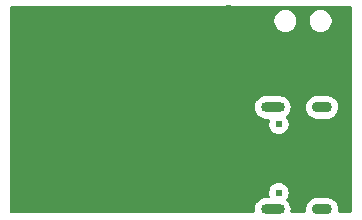
<source format=gbr>
%TF.GenerationSoftware,KiCad,Pcbnew,6.0.10-86aedd382b~118~ubuntu20.04.1*%
%TF.CreationDate,2023-02-01T15:39:36-08:00*%
%TF.ProjectId,CAD,4341442e-6b69-4636-9164-5f7063625858,rev?*%
%TF.SameCoordinates,Original*%
%TF.FileFunction,Copper,L2,Bot*%
%TF.FilePolarity,Positive*%
%FSLAX46Y46*%
G04 Gerber Fmt 4.6, Leading zero omitted, Abs format (unit mm)*
G04 Created by KiCad (PCBNEW 6.0.10-86aedd382b~118~ubuntu20.04.1) date 2023-02-01 15:39:36*
%MOMM*%
%LPD*%
G01*
G04 APERTURE LIST*
%TA.AperFunction,WasherPad*%
%ADD10C,0.610000*%
%TD*%
%TA.AperFunction,ComponentPad*%
%ADD11O,1.700000X0.900000*%
%TD*%
%TA.AperFunction,ComponentPad*%
%ADD12O,2.000000X0.900000*%
%TD*%
%TA.AperFunction,ViaPad*%
%ADD13C,0.600000*%
%TD*%
%TA.AperFunction,Conductor*%
%ADD14C,0.200000*%
%TD*%
G04 APERTURE END LIST*
D10*
%TO.P,J1,*%
%TO.N,*%
X82543000Y-158764500D03*
X82543000Y-164544500D03*
D11*
%TO.P,J1,16*%
%TO.N,usb_rid_rid_p1*%
X86193000Y-157334500D03*
%TO.P,J1,15*%
X86193000Y-165974500D03*
D12*
%TO.P,J1,14*%
X82013000Y-157334500D03*
%TO.P,J1,13*%
X82013000Y-165974500D03*
%TD*%
D13*
%TO.N,GND*%
X79502000Y-163931600D03*
X64312800Y-149504400D03*
X64008000Y-157480000D03*
X75133200Y-163880800D03*
X72847200Y-165557200D03*
X88087200Y-158851600D03*
X87985600Y-164795200D03*
X87274400Y-155956000D03*
X88087200Y-161747200D03*
X88138000Y-155092400D03*
X78282800Y-148945600D03*
X74879200Y-165303200D03*
X76200000Y-163474400D03*
X71807969Y-150751169D03*
X67056000Y-149987000D03*
X88011000Y-153416000D03*
X86868000Y-154940000D03*
X72390000Y-154559000D03*
X73797000Y-153680000D03*
X74803000Y-153670000D03*
X74803000Y-152654000D03*
X73787000Y-152654000D03*
X73374000Y-159480000D03*
X72374000Y-159480000D03*
X71374000Y-159480000D03*
X73374000Y-158480000D03*
X72374000Y-158480000D03*
X71374000Y-158480000D03*
X73374000Y-157480000D03*
X72374000Y-157480000D03*
X71374000Y-157480000D03*
X61523936Y-160298063D03*
X62523936Y-160298063D03*
X63523936Y-164298063D03*
X61523936Y-162298063D03*
X64627000Y-153654000D03*
X60627000Y-152654000D03*
X60523936Y-161298063D03*
X64523936Y-161298063D03*
X61627000Y-151654000D03*
X62523936Y-162298063D03*
X64627000Y-152654000D03*
X63523936Y-162298063D03*
X78867000Y-160909000D03*
X60523936Y-164298063D03*
X64523936Y-164298063D03*
X62523936Y-161298063D03*
X62627000Y-150654000D03*
X64627000Y-150654000D03*
X60627000Y-153654000D03*
X60627000Y-150654000D03*
X63627000Y-150654000D03*
X61523936Y-163298063D03*
X61523936Y-164298063D03*
X61627000Y-154654000D03*
X60627000Y-151654000D03*
X64523936Y-160298063D03*
X63523936Y-163298063D03*
X63627000Y-152654000D03*
X63627000Y-154654000D03*
X60523936Y-162298063D03*
X62627000Y-151654000D03*
X60523936Y-160298063D03*
X61627000Y-153654000D03*
X60627000Y-154654000D03*
X63523936Y-160298063D03*
X62627000Y-154654000D03*
X62523936Y-164298063D03*
X61627000Y-152654000D03*
X61627000Y-150654000D03*
X62627000Y-152654000D03*
X62627000Y-153654000D03*
X61523936Y-161298063D03*
X64627000Y-154654000D03*
X64523936Y-163298063D03*
X63627000Y-153654000D03*
X62523936Y-163298063D03*
X78613000Y-152019000D03*
X63523936Y-161298063D03*
X63627000Y-151654000D03*
X64523936Y-162298063D03*
X64627000Y-151654000D03*
X60523936Y-163298063D03*
X81915000Y-154559000D03*
%TD*%
D14*
%TO.N,GND*%
X63627000Y-150190200D02*
X64312800Y-149504400D01*
X63627000Y-150654000D02*
X63627000Y-150190200D01*
X63523936Y-157964064D02*
X64008000Y-157480000D01*
X63523936Y-160298063D02*
X63523936Y-157964064D01*
X74879200Y-164134800D02*
X75133200Y-163880800D01*
X74879200Y-165303200D02*
X74879200Y-164134800D01*
X88087200Y-164693600D02*
X87985600Y-164795200D01*
X88087200Y-161747200D02*
X88087200Y-164693600D01*
X88087200Y-156768800D02*
X88087200Y-158851600D01*
X87274400Y-155956000D02*
X88087200Y-156768800D01*
X88138000Y-155092400D02*
X87020400Y-155092400D01*
X87020400Y-155092400D02*
X86868000Y-154940000D01*
%TD*%
%TA.AperFunction,Conductor*%
%TO.N,GND*%
G36*
X88683621Y-148778502D02*
G01*
X88730114Y-148832158D01*
X88741500Y-148884500D01*
X88741500Y-166115500D01*
X88721498Y-166183621D01*
X88667842Y-166230114D01*
X88615500Y-166241500D01*
X87671610Y-166241500D01*
X87603489Y-166221498D01*
X87556996Y-166167842D01*
X87545783Y-166108906D01*
X87554959Y-165933818D01*
X87554959Y-165933813D01*
X87555293Y-165927436D01*
X87526175Y-165734901D01*
X87523972Y-165728915D01*
X87523971Y-165728909D01*
X87461140Y-165558140D01*
X87461138Y-165558135D01*
X87458937Y-165552154D01*
X87356326Y-165386660D01*
X87222534Y-165245178D01*
X87063025Y-165133489D01*
X87015013Y-165112712D01*
X86890175Y-165058690D01*
X86890171Y-165058689D01*
X86884316Y-165056155D01*
X86878069Y-165054850D01*
X86878066Y-165054849D01*
X86698443Y-165017324D01*
X86698438Y-165017323D01*
X86693707Y-165016335D01*
X86687315Y-165016000D01*
X85744337Y-165016000D01*
X85675049Y-165023038D01*
X85605622Y-165030090D01*
X85605621Y-165030090D01*
X85599273Y-165030735D01*
X85542939Y-165048389D01*
X85419549Y-165087056D01*
X85419544Y-165087058D01*
X85413459Y-165088965D01*
X85373361Y-165111192D01*
X85248729Y-165180277D01*
X85248726Y-165180279D01*
X85243150Y-165183370D01*
X85238309Y-165187519D01*
X85238305Y-165187522D01*
X85175311Y-165241515D01*
X85095302Y-165310091D01*
X84975954Y-165463953D01*
X84973138Y-165469676D01*
X84973136Y-165469679D01*
X84929608Y-165558140D01*
X84889982Y-165638671D01*
X84888373Y-165644849D01*
X84888372Y-165644851D01*
X84866477Y-165728909D01*
X84840898Y-165827107D01*
X84840564Y-165833486D01*
X84835306Y-165933818D01*
X84830707Y-166021564D01*
X84831663Y-166027882D01*
X84842064Y-166096659D01*
X84832474Y-166167004D01*
X84786373Y-166220998D01*
X84717481Y-166241500D01*
X83641610Y-166241500D01*
X83573489Y-166221498D01*
X83526996Y-166167842D01*
X83515783Y-166108906D01*
X83524959Y-165933818D01*
X83524959Y-165933813D01*
X83525293Y-165927436D01*
X83496175Y-165734901D01*
X83493972Y-165728915D01*
X83493971Y-165728909D01*
X83431140Y-165558140D01*
X83431138Y-165558135D01*
X83428937Y-165552154D01*
X83326326Y-165386660D01*
X83192534Y-165245178D01*
X83187612Y-165241732D01*
X83149188Y-165182189D01*
X83149054Y-165111192D01*
X83170541Y-165070996D01*
X83170120Y-165070716D01*
X83173039Y-165066323D01*
X83173040Y-165066321D01*
X83271118Y-164918702D01*
X83301034Y-164839948D01*
X83333428Y-164754672D01*
X83333429Y-164754667D01*
X83335928Y-164748089D01*
X83361328Y-164567358D01*
X83361647Y-164544500D01*
X83341303Y-164363130D01*
X83335122Y-164345379D01*
X83283600Y-164197431D01*
X83281282Y-164190774D01*
X83184568Y-164035999D01*
X83175722Y-164027091D01*
X83060930Y-163911494D01*
X83060926Y-163911491D01*
X83055967Y-163906497D01*
X83044780Y-163899397D01*
X82996362Y-163868671D01*
X82901871Y-163808705D01*
X82872661Y-163798304D01*
X82736574Y-163749845D01*
X82736569Y-163749844D01*
X82729939Y-163747483D01*
X82722951Y-163746650D01*
X82722948Y-163746649D01*
X82597973Y-163731747D01*
X82548715Y-163725873D01*
X82541712Y-163726609D01*
X82541711Y-163726609D01*
X82374216Y-163744213D01*
X82374212Y-163744214D01*
X82367208Y-163744950D01*
X82360537Y-163747221D01*
X82201107Y-163801495D01*
X82201104Y-163801496D01*
X82194437Y-163803766D01*
X82188439Y-163807456D01*
X82188437Y-163807457D01*
X82180266Y-163812484D01*
X82038991Y-163899397D01*
X81908594Y-164027091D01*
X81809728Y-164180501D01*
X81807317Y-164187124D01*
X81807316Y-164187127D01*
X81749717Y-164345379D01*
X81749716Y-164345384D01*
X81747307Y-164352002D01*
X81724433Y-164533070D01*
X81742242Y-164714706D01*
X81787325Y-164850228D01*
X81789848Y-164921179D01*
X81753612Y-164982232D01*
X81690120Y-165014001D01*
X81667767Y-165016000D01*
X81414337Y-165016000D01*
X81345049Y-165023038D01*
X81275622Y-165030090D01*
X81275621Y-165030090D01*
X81269273Y-165030735D01*
X81212939Y-165048389D01*
X81089549Y-165087056D01*
X81089544Y-165087058D01*
X81083459Y-165088965D01*
X81043361Y-165111192D01*
X80918729Y-165180277D01*
X80918726Y-165180279D01*
X80913150Y-165183370D01*
X80908309Y-165187519D01*
X80908305Y-165187522D01*
X80845311Y-165241515D01*
X80765302Y-165310091D01*
X80645954Y-165463953D01*
X80643138Y-165469676D01*
X80643136Y-165469679D01*
X80599608Y-165558140D01*
X80559982Y-165638671D01*
X80558373Y-165644849D01*
X80558372Y-165644851D01*
X80536477Y-165728909D01*
X80510898Y-165827107D01*
X80510564Y-165833486D01*
X80505306Y-165933818D01*
X80500707Y-166021564D01*
X80501663Y-166027882D01*
X80512064Y-166096659D01*
X80502474Y-166167004D01*
X80456373Y-166220998D01*
X80387481Y-166241500D01*
X59884500Y-166241500D01*
X59816379Y-166221498D01*
X59769886Y-166167842D01*
X59758500Y-166115500D01*
X59758500Y-157381564D01*
X80500707Y-157381564D01*
X80529825Y-157574099D01*
X80532028Y-157580085D01*
X80532029Y-157580091D01*
X80594860Y-157750860D01*
X80594862Y-157750865D01*
X80597063Y-157756846D01*
X80699674Y-157922340D01*
X80833466Y-158063822D01*
X80992975Y-158175511D01*
X80998838Y-158178048D01*
X81165825Y-158250310D01*
X81165829Y-158250311D01*
X81171684Y-158252845D01*
X81177931Y-158254150D01*
X81177934Y-158254151D01*
X81357557Y-158291676D01*
X81357562Y-158291677D01*
X81362293Y-158292665D01*
X81368685Y-158293000D01*
X81668909Y-158293000D01*
X81737030Y-158313002D01*
X81783523Y-158366658D01*
X81793627Y-158436932D01*
X81787310Y-158462094D01*
X81749717Y-158565379D01*
X81749716Y-158565384D01*
X81747307Y-158572002D01*
X81724433Y-158753070D01*
X81742242Y-158934706D01*
X81799851Y-159107883D01*
X81803498Y-159113905D01*
X81803499Y-159113907D01*
X81890744Y-159257968D01*
X81890747Y-159257971D01*
X81894394Y-159263994D01*
X82021175Y-159395278D01*
X82072310Y-159428740D01*
X82167992Y-159491354D01*
X82167996Y-159491356D01*
X82173890Y-159495213D01*
X82344951Y-159558830D01*
X82351929Y-159559761D01*
X82351933Y-159559762D01*
X82435404Y-159570899D01*
X82525856Y-159582967D01*
X82532867Y-159582329D01*
X82532871Y-159582329D01*
X82700591Y-159567065D01*
X82707612Y-159566426D01*
X82714314Y-159564248D01*
X82714316Y-159564248D01*
X82874488Y-159512205D01*
X82874491Y-159512204D01*
X82881187Y-159510028D01*
X82887238Y-159506421D01*
X83031901Y-159420185D01*
X83031903Y-159420184D01*
X83037953Y-159416577D01*
X83170120Y-159290716D01*
X83271118Y-159138702D01*
X83301034Y-159059948D01*
X83333428Y-158974672D01*
X83333429Y-158974667D01*
X83335928Y-158968089D01*
X83361328Y-158787358D01*
X83361647Y-158764500D01*
X83341303Y-158583130D01*
X83335122Y-158565379D01*
X83314365Y-158505776D01*
X83281282Y-158410774D01*
X83184568Y-158255999D01*
X83177202Y-158248582D01*
X83176156Y-158246650D01*
X83175228Y-158245479D01*
X83175434Y-158245316D01*
X83143393Y-158186153D01*
X83148702Y-158115356D01*
X83184607Y-158064127D01*
X83255855Y-158003060D01*
X83260698Y-157998909D01*
X83380046Y-157845047D01*
X83420779Y-157762268D01*
X83463200Y-157676056D01*
X83466018Y-157670329D01*
X83467628Y-157664149D01*
X83513492Y-157488075D01*
X83513492Y-157488072D01*
X83515102Y-157481893D01*
X83520360Y-157381564D01*
X84830707Y-157381564D01*
X84859825Y-157574099D01*
X84862028Y-157580085D01*
X84862029Y-157580091D01*
X84924860Y-157750860D01*
X84924862Y-157750865D01*
X84927063Y-157756846D01*
X85029674Y-157922340D01*
X85163466Y-158063822D01*
X85322975Y-158175511D01*
X85328838Y-158178048D01*
X85495825Y-158250310D01*
X85495829Y-158250311D01*
X85501684Y-158252845D01*
X85507931Y-158254150D01*
X85507934Y-158254151D01*
X85687557Y-158291676D01*
X85687562Y-158291677D01*
X85692293Y-158292665D01*
X85698685Y-158293000D01*
X86641663Y-158293000D01*
X86710951Y-158285962D01*
X86780378Y-158278910D01*
X86780379Y-158278910D01*
X86786727Y-158278265D01*
X86867843Y-158252845D01*
X86966451Y-158221944D01*
X86966456Y-158221942D01*
X86972541Y-158220035D01*
X87105608Y-158146274D01*
X87137271Y-158128723D01*
X87137274Y-158128721D01*
X87142850Y-158125630D01*
X87147691Y-158121481D01*
X87147695Y-158121478D01*
X87285855Y-158003060D01*
X87290698Y-157998909D01*
X87410046Y-157845047D01*
X87450779Y-157762268D01*
X87493200Y-157676056D01*
X87496018Y-157670329D01*
X87497628Y-157664149D01*
X87543492Y-157488075D01*
X87543492Y-157488072D01*
X87545102Y-157481893D01*
X87555293Y-157287436D01*
X87526175Y-157094901D01*
X87523972Y-157088915D01*
X87523971Y-157088909D01*
X87461140Y-156918140D01*
X87461138Y-156918135D01*
X87458937Y-156912154D01*
X87356326Y-156746660D01*
X87222534Y-156605178D01*
X87063025Y-156493489D01*
X87015013Y-156472712D01*
X86890175Y-156418690D01*
X86890171Y-156418689D01*
X86884316Y-156416155D01*
X86878069Y-156414850D01*
X86878066Y-156414849D01*
X86698443Y-156377324D01*
X86698438Y-156377323D01*
X86693707Y-156376335D01*
X86687315Y-156376000D01*
X85744337Y-156376000D01*
X85675049Y-156383038D01*
X85605622Y-156390090D01*
X85605621Y-156390090D01*
X85599273Y-156390735D01*
X85542939Y-156408389D01*
X85419549Y-156447056D01*
X85419544Y-156447058D01*
X85413459Y-156448965D01*
X85337713Y-156490952D01*
X85248729Y-156540277D01*
X85248726Y-156540279D01*
X85243150Y-156543370D01*
X85238309Y-156547519D01*
X85238305Y-156547522D01*
X85175311Y-156601515D01*
X85095302Y-156670091D01*
X84975954Y-156823953D01*
X84973138Y-156829676D01*
X84973136Y-156829679D01*
X84929608Y-156918140D01*
X84889982Y-156998671D01*
X84888373Y-157004849D01*
X84888372Y-157004851D01*
X84866477Y-157088909D01*
X84840898Y-157187107D01*
X84830707Y-157381564D01*
X83520360Y-157381564D01*
X83525293Y-157287436D01*
X83496175Y-157094901D01*
X83493972Y-157088915D01*
X83493971Y-157088909D01*
X83431140Y-156918140D01*
X83431138Y-156918135D01*
X83428937Y-156912154D01*
X83326326Y-156746660D01*
X83192534Y-156605178D01*
X83033025Y-156493489D01*
X82985013Y-156472712D01*
X82860175Y-156418690D01*
X82860171Y-156418689D01*
X82854316Y-156416155D01*
X82848069Y-156414850D01*
X82848066Y-156414849D01*
X82668443Y-156377324D01*
X82668438Y-156377323D01*
X82663707Y-156376335D01*
X82657315Y-156376000D01*
X81414337Y-156376000D01*
X81345049Y-156383038D01*
X81275622Y-156390090D01*
X81275621Y-156390090D01*
X81269273Y-156390735D01*
X81212939Y-156408389D01*
X81089549Y-156447056D01*
X81089544Y-156447058D01*
X81083459Y-156448965D01*
X81007713Y-156490952D01*
X80918729Y-156540277D01*
X80918726Y-156540279D01*
X80913150Y-156543370D01*
X80908309Y-156547519D01*
X80908305Y-156547522D01*
X80845311Y-156601515D01*
X80765302Y-156670091D01*
X80645954Y-156823953D01*
X80643138Y-156829676D01*
X80643136Y-156829679D01*
X80599608Y-156918140D01*
X80559982Y-156998671D01*
X80558373Y-157004849D01*
X80558372Y-157004851D01*
X80536477Y-157088909D01*
X80510898Y-157187107D01*
X80500707Y-157381564D01*
X59758500Y-157381564D01*
X59758500Y-150113296D01*
X82148507Y-150113296D01*
X82189305Y-150305236D01*
X82269118Y-150484499D01*
X82384458Y-150643251D01*
X82530284Y-150774554D01*
X82700223Y-150872668D01*
X82886847Y-150933306D01*
X82893408Y-150933996D01*
X82893410Y-150933996D01*
X82948496Y-150939785D01*
X83033076Y-150948675D01*
X83130924Y-150948675D01*
X83215504Y-150939785D01*
X83270590Y-150933996D01*
X83270592Y-150933996D01*
X83277153Y-150933306D01*
X83463777Y-150872668D01*
X83633716Y-150774554D01*
X83779542Y-150643251D01*
X83894882Y-150484500D01*
X83974695Y-150305236D01*
X84015493Y-150113296D01*
X85148507Y-150113296D01*
X85189305Y-150305236D01*
X85269118Y-150484499D01*
X85384458Y-150643251D01*
X85530284Y-150774554D01*
X85700223Y-150872668D01*
X85886847Y-150933306D01*
X85893408Y-150933996D01*
X85893410Y-150933996D01*
X85948496Y-150939785D01*
X86033076Y-150948675D01*
X86130924Y-150948675D01*
X86215504Y-150939785D01*
X86270590Y-150933996D01*
X86270592Y-150933996D01*
X86277153Y-150933306D01*
X86463777Y-150872668D01*
X86633716Y-150774554D01*
X86779542Y-150643251D01*
X86894882Y-150484500D01*
X86974695Y-150305236D01*
X87015493Y-150113296D01*
X87015493Y-149917068D01*
X86974695Y-149725128D01*
X86894882Y-149545865D01*
X86779542Y-149387113D01*
X86633716Y-149255810D01*
X86463777Y-149157696D01*
X86277153Y-149097058D01*
X86270592Y-149096368D01*
X86270590Y-149096368D01*
X86215504Y-149090579D01*
X86130924Y-149081689D01*
X86033076Y-149081689D01*
X85948496Y-149090579D01*
X85893410Y-149096368D01*
X85893408Y-149096368D01*
X85886847Y-149097058D01*
X85700223Y-149157696D01*
X85530284Y-149255810D01*
X85384458Y-149387113D01*
X85269118Y-149545864D01*
X85189305Y-149725128D01*
X85148507Y-149917068D01*
X85148507Y-150113296D01*
X84015493Y-150113296D01*
X84015493Y-149917068D01*
X83974695Y-149725128D01*
X83894882Y-149545865D01*
X83779542Y-149387113D01*
X83633716Y-149255810D01*
X83463777Y-149157696D01*
X83277153Y-149097058D01*
X83270592Y-149096368D01*
X83270590Y-149096368D01*
X83215504Y-149090579D01*
X83130924Y-149081689D01*
X83033076Y-149081689D01*
X82948496Y-149090579D01*
X82893410Y-149096368D01*
X82893408Y-149096368D01*
X82886847Y-149097058D01*
X82700223Y-149157696D01*
X82530284Y-149255810D01*
X82384458Y-149387113D01*
X82269118Y-149545864D01*
X82189305Y-149725128D01*
X82148507Y-149917068D01*
X82148507Y-150113296D01*
X59758500Y-150113296D01*
X59758500Y-148884500D01*
X59778502Y-148816379D01*
X59832158Y-148769886D01*
X59884500Y-148758500D01*
X88615500Y-148758500D01*
X88683621Y-148778502D01*
G37*
%TD.AperFunction*%
%TD*%
M02*

</source>
